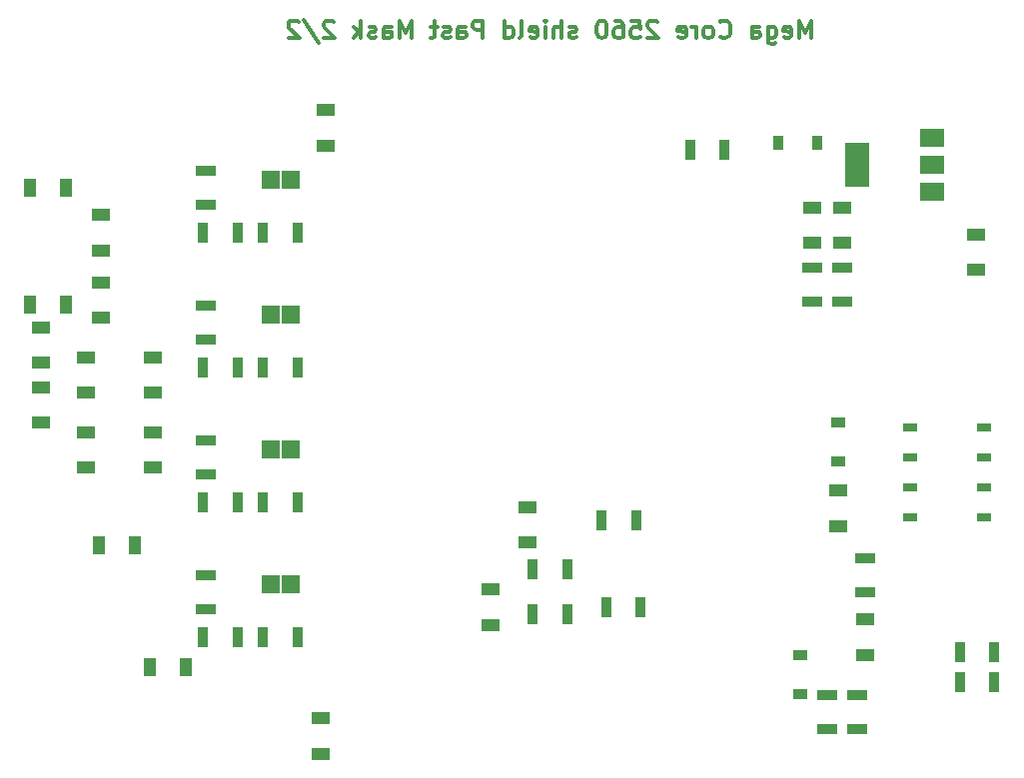
<source format=gbr>
G04 #@! TF.FileFunction,Paste,Bot*
%FSLAX46Y46*%
G04 Gerber Fmt 4.6, Leading zero omitted, Abs format (unit mm)*
G04 Created by KiCad (PCBNEW 4.0.7) date 11/05/17 09:28:57*
%MOMM*%
%LPD*%
G01*
G04 APERTURE LIST*
%ADD10C,0.100000*%
%ADD11C,0.300000*%
%ADD12R,1.700000X0.900000*%
%ADD13R,1.200000X0.900000*%
%ADD14R,0.900000X1.700000*%
%ADD15R,1.200000X0.800000*%
%ADD16R,1.600000X1.000000*%
%ADD17R,1.000000X1.600000*%
%ADD18R,2.000000X3.800000*%
%ADD19R,2.000000X1.500000*%
%ADD20R,0.900000X1.200000*%
%ADD21R,1.524000X1.524000*%
G04 APERTURE END LIST*
D10*
D11*
X208639662Y-58113051D02*
X208639662Y-56613051D01*
X208139662Y-57684480D01*
X207639662Y-56613051D01*
X207639662Y-58113051D01*
X206353948Y-58041623D02*
X206496805Y-58113051D01*
X206782519Y-58113051D01*
X206925376Y-58041623D01*
X206996805Y-57898766D01*
X206996805Y-57327337D01*
X206925376Y-57184480D01*
X206782519Y-57113051D01*
X206496805Y-57113051D01*
X206353948Y-57184480D01*
X206282519Y-57327337D01*
X206282519Y-57470194D01*
X206996805Y-57613051D01*
X204996805Y-57113051D02*
X204996805Y-58327337D01*
X205068234Y-58470194D01*
X205139662Y-58541623D01*
X205282519Y-58613051D01*
X205496805Y-58613051D01*
X205639662Y-58541623D01*
X204996805Y-58041623D02*
X205139662Y-58113051D01*
X205425376Y-58113051D01*
X205568234Y-58041623D01*
X205639662Y-57970194D01*
X205711091Y-57827337D01*
X205711091Y-57398766D01*
X205639662Y-57255909D01*
X205568234Y-57184480D01*
X205425376Y-57113051D01*
X205139662Y-57113051D01*
X204996805Y-57184480D01*
X203639662Y-58113051D02*
X203639662Y-57327337D01*
X203711091Y-57184480D01*
X203853948Y-57113051D01*
X204139662Y-57113051D01*
X204282519Y-57184480D01*
X203639662Y-58041623D02*
X203782519Y-58113051D01*
X204139662Y-58113051D01*
X204282519Y-58041623D01*
X204353948Y-57898766D01*
X204353948Y-57755909D01*
X204282519Y-57613051D01*
X204139662Y-57541623D01*
X203782519Y-57541623D01*
X203639662Y-57470194D01*
X200925376Y-57970194D02*
X200996805Y-58041623D01*
X201211091Y-58113051D01*
X201353948Y-58113051D01*
X201568233Y-58041623D01*
X201711091Y-57898766D01*
X201782519Y-57755909D01*
X201853948Y-57470194D01*
X201853948Y-57255909D01*
X201782519Y-56970194D01*
X201711091Y-56827337D01*
X201568233Y-56684480D01*
X201353948Y-56613051D01*
X201211091Y-56613051D01*
X200996805Y-56684480D01*
X200925376Y-56755909D01*
X200068233Y-58113051D02*
X200211091Y-58041623D01*
X200282519Y-57970194D01*
X200353948Y-57827337D01*
X200353948Y-57398766D01*
X200282519Y-57255909D01*
X200211091Y-57184480D01*
X200068233Y-57113051D01*
X199853948Y-57113051D01*
X199711091Y-57184480D01*
X199639662Y-57255909D01*
X199568233Y-57398766D01*
X199568233Y-57827337D01*
X199639662Y-57970194D01*
X199711091Y-58041623D01*
X199853948Y-58113051D01*
X200068233Y-58113051D01*
X198925376Y-58113051D02*
X198925376Y-57113051D01*
X198925376Y-57398766D02*
X198853948Y-57255909D01*
X198782519Y-57184480D01*
X198639662Y-57113051D01*
X198496805Y-57113051D01*
X197425377Y-58041623D02*
X197568234Y-58113051D01*
X197853948Y-58113051D01*
X197996805Y-58041623D01*
X198068234Y-57898766D01*
X198068234Y-57327337D01*
X197996805Y-57184480D01*
X197853948Y-57113051D01*
X197568234Y-57113051D01*
X197425377Y-57184480D01*
X197353948Y-57327337D01*
X197353948Y-57470194D01*
X198068234Y-57613051D01*
X195639663Y-56755909D02*
X195568234Y-56684480D01*
X195425377Y-56613051D01*
X195068234Y-56613051D01*
X194925377Y-56684480D01*
X194853948Y-56755909D01*
X194782520Y-56898766D01*
X194782520Y-57041623D01*
X194853948Y-57255909D01*
X195711091Y-58113051D01*
X194782520Y-58113051D01*
X193425377Y-56613051D02*
X194139663Y-56613051D01*
X194211092Y-57327337D01*
X194139663Y-57255909D01*
X193996806Y-57184480D01*
X193639663Y-57184480D01*
X193496806Y-57255909D01*
X193425377Y-57327337D01*
X193353949Y-57470194D01*
X193353949Y-57827337D01*
X193425377Y-57970194D01*
X193496806Y-58041623D01*
X193639663Y-58113051D01*
X193996806Y-58113051D01*
X194139663Y-58041623D01*
X194211092Y-57970194D01*
X192068235Y-56613051D02*
X192353949Y-56613051D01*
X192496806Y-56684480D01*
X192568235Y-56755909D01*
X192711092Y-56970194D01*
X192782521Y-57255909D01*
X192782521Y-57827337D01*
X192711092Y-57970194D01*
X192639664Y-58041623D01*
X192496806Y-58113051D01*
X192211092Y-58113051D01*
X192068235Y-58041623D01*
X191996806Y-57970194D01*
X191925378Y-57827337D01*
X191925378Y-57470194D01*
X191996806Y-57327337D01*
X192068235Y-57255909D01*
X192211092Y-57184480D01*
X192496806Y-57184480D01*
X192639664Y-57255909D01*
X192711092Y-57327337D01*
X192782521Y-57470194D01*
X190996807Y-56613051D02*
X190853950Y-56613051D01*
X190711093Y-56684480D01*
X190639664Y-56755909D01*
X190568235Y-56898766D01*
X190496807Y-57184480D01*
X190496807Y-57541623D01*
X190568235Y-57827337D01*
X190639664Y-57970194D01*
X190711093Y-58041623D01*
X190853950Y-58113051D01*
X190996807Y-58113051D01*
X191139664Y-58041623D01*
X191211093Y-57970194D01*
X191282521Y-57827337D01*
X191353950Y-57541623D01*
X191353950Y-57184480D01*
X191282521Y-56898766D01*
X191211093Y-56755909D01*
X191139664Y-56684480D01*
X190996807Y-56613051D01*
X188782522Y-58041623D02*
X188639665Y-58113051D01*
X188353950Y-58113051D01*
X188211093Y-58041623D01*
X188139665Y-57898766D01*
X188139665Y-57827337D01*
X188211093Y-57684480D01*
X188353950Y-57613051D01*
X188568236Y-57613051D01*
X188711093Y-57541623D01*
X188782522Y-57398766D01*
X188782522Y-57327337D01*
X188711093Y-57184480D01*
X188568236Y-57113051D01*
X188353950Y-57113051D01*
X188211093Y-57184480D01*
X187496807Y-58113051D02*
X187496807Y-56613051D01*
X186853950Y-58113051D02*
X186853950Y-57327337D01*
X186925379Y-57184480D01*
X187068236Y-57113051D01*
X187282521Y-57113051D01*
X187425379Y-57184480D01*
X187496807Y-57255909D01*
X186139664Y-58113051D02*
X186139664Y-57113051D01*
X186139664Y-56613051D02*
X186211093Y-56684480D01*
X186139664Y-56755909D01*
X186068236Y-56684480D01*
X186139664Y-56613051D01*
X186139664Y-56755909D01*
X184853950Y-58041623D02*
X184996807Y-58113051D01*
X185282521Y-58113051D01*
X185425378Y-58041623D01*
X185496807Y-57898766D01*
X185496807Y-57327337D01*
X185425378Y-57184480D01*
X185282521Y-57113051D01*
X184996807Y-57113051D01*
X184853950Y-57184480D01*
X184782521Y-57327337D01*
X184782521Y-57470194D01*
X185496807Y-57613051D01*
X183925378Y-58113051D02*
X184068236Y-58041623D01*
X184139664Y-57898766D01*
X184139664Y-56613051D01*
X182711093Y-58113051D02*
X182711093Y-56613051D01*
X182711093Y-58041623D02*
X182853950Y-58113051D01*
X183139664Y-58113051D01*
X183282522Y-58041623D01*
X183353950Y-57970194D01*
X183425379Y-57827337D01*
X183425379Y-57398766D01*
X183353950Y-57255909D01*
X183282522Y-57184480D01*
X183139664Y-57113051D01*
X182853950Y-57113051D01*
X182711093Y-57184480D01*
X180853950Y-58113051D02*
X180853950Y-56613051D01*
X180282522Y-56613051D01*
X180139664Y-56684480D01*
X180068236Y-56755909D01*
X179996807Y-56898766D01*
X179996807Y-57113051D01*
X180068236Y-57255909D01*
X180139664Y-57327337D01*
X180282522Y-57398766D01*
X180853950Y-57398766D01*
X178711093Y-58113051D02*
X178711093Y-57327337D01*
X178782522Y-57184480D01*
X178925379Y-57113051D01*
X179211093Y-57113051D01*
X179353950Y-57184480D01*
X178711093Y-58041623D02*
X178853950Y-58113051D01*
X179211093Y-58113051D01*
X179353950Y-58041623D01*
X179425379Y-57898766D01*
X179425379Y-57755909D01*
X179353950Y-57613051D01*
X179211093Y-57541623D01*
X178853950Y-57541623D01*
X178711093Y-57470194D01*
X178068236Y-58041623D02*
X177925379Y-58113051D01*
X177639664Y-58113051D01*
X177496807Y-58041623D01*
X177425379Y-57898766D01*
X177425379Y-57827337D01*
X177496807Y-57684480D01*
X177639664Y-57613051D01*
X177853950Y-57613051D01*
X177996807Y-57541623D01*
X178068236Y-57398766D01*
X178068236Y-57327337D01*
X177996807Y-57184480D01*
X177853950Y-57113051D01*
X177639664Y-57113051D01*
X177496807Y-57184480D01*
X176996807Y-57113051D02*
X176425378Y-57113051D01*
X176782521Y-56613051D02*
X176782521Y-57898766D01*
X176711093Y-58041623D01*
X176568235Y-58113051D01*
X176425378Y-58113051D01*
X174782521Y-58113051D02*
X174782521Y-56613051D01*
X174282521Y-57684480D01*
X173782521Y-56613051D01*
X173782521Y-58113051D01*
X172425378Y-58113051D02*
X172425378Y-57327337D01*
X172496807Y-57184480D01*
X172639664Y-57113051D01*
X172925378Y-57113051D01*
X173068235Y-57184480D01*
X172425378Y-58041623D02*
X172568235Y-58113051D01*
X172925378Y-58113051D01*
X173068235Y-58041623D01*
X173139664Y-57898766D01*
X173139664Y-57755909D01*
X173068235Y-57613051D01*
X172925378Y-57541623D01*
X172568235Y-57541623D01*
X172425378Y-57470194D01*
X171782521Y-58041623D02*
X171639664Y-58113051D01*
X171353949Y-58113051D01*
X171211092Y-58041623D01*
X171139664Y-57898766D01*
X171139664Y-57827337D01*
X171211092Y-57684480D01*
X171353949Y-57613051D01*
X171568235Y-57613051D01*
X171711092Y-57541623D01*
X171782521Y-57398766D01*
X171782521Y-57327337D01*
X171711092Y-57184480D01*
X171568235Y-57113051D01*
X171353949Y-57113051D01*
X171211092Y-57184480D01*
X170496806Y-58113051D02*
X170496806Y-56613051D01*
X170353949Y-57541623D02*
X169925378Y-58113051D01*
X169925378Y-57113051D02*
X170496806Y-57684480D01*
X168211092Y-56755909D02*
X168139663Y-56684480D01*
X167996806Y-56613051D01*
X167639663Y-56613051D01*
X167496806Y-56684480D01*
X167425377Y-56755909D01*
X167353949Y-56898766D01*
X167353949Y-57041623D01*
X167425377Y-57255909D01*
X168282520Y-58113051D01*
X167353949Y-58113051D01*
X165639664Y-56541623D02*
X166925378Y-58470194D01*
X165211092Y-56755909D02*
X165139663Y-56684480D01*
X164996806Y-56613051D01*
X164639663Y-56613051D01*
X164496806Y-56684480D01*
X164425377Y-56755909D01*
X164353949Y-56898766D01*
X164353949Y-57041623D01*
X164425377Y-57255909D01*
X165282520Y-58113051D01*
X164353949Y-58113051D01*
D12*
X213202520Y-105112480D03*
X213202520Y-102212480D03*
D13*
X207741520Y-113694480D03*
X207741520Y-110394480D03*
D14*
X194205520Y-106329480D03*
X191305520Y-106329480D03*
X193824520Y-98963480D03*
X190924520Y-98963480D03*
D15*
X223337520Y-91089480D03*
X223337520Y-93629480D03*
X217037520Y-93629480D03*
X217037520Y-91089480D03*
D16*
X213202520Y-110369480D03*
X213202520Y-107369480D03*
D14*
X185082520Y-103154480D03*
X187982520Y-103154480D03*
X185082520Y-106964480D03*
X187982520Y-106964480D03*
D16*
X181452520Y-104829480D03*
X181452520Y-107829480D03*
X184627520Y-97844480D03*
X184627520Y-100844480D03*
X167101520Y-115751480D03*
X167101520Y-118751480D03*
D14*
X198417520Y-67594480D03*
X201317520Y-67594480D03*
D17*
X151329520Y-101122480D03*
X148329520Y-101122480D03*
X152647520Y-111409480D03*
X155647520Y-111409480D03*
D16*
X167482520Y-67189480D03*
X167482520Y-64189480D03*
D12*
X212567520Y-113769480D03*
X212567520Y-116669480D03*
X157322520Y-106509480D03*
X157322520Y-103609480D03*
X157322520Y-72219480D03*
X157322520Y-69319480D03*
D18*
X212592520Y-68864480D03*
D19*
X218892520Y-68864480D03*
X218892520Y-71164480D03*
X218892520Y-66564480D03*
D16*
X152877520Y-85144480D03*
X152877520Y-88144480D03*
D14*
X157142520Y-108869480D03*
X160042520Y-108869480D03*
D12*
X211297520Y-80474480D03*
X211297520Y-77574480D03*
X208757520Y-80474480D03*
X208757520Y-77574480D03*
D16*
X210916520Y-99447480D03*
X210916520Y-96447480D03*
X148432520Y-76079480D03*
X148432520Y-73079480D03*
X152877520Y-94494480D03*
X152877520Y-91494480D03*
D14*
X221277520Y-110139480D03*
X224177520Y-110139480D03*
X162222520Y-74579480D03*
X165122520Y-74579480D03*
D16*
X211297520Y-72444480D03*
X211297520Y-75444480D03*
X222600520Y-77730480D03*
X222600520Y-74730480D03*
X148432520Y-78794480D03*
X148432520Y-81794480D03*
D17*
X145487520Y-80675480D03*
X142487520Y-80675480D03*
X145487520Y-70769480D03*
X142487520Y-70769480D03*
D16*
X208757520Y-72444480D03*
X208757520Y-75444480D03*
D13*
X210916520Y-90709480D03*
X210916520Y-94009480D03*
D12*
X210027520Y-113769480D03*
X210027520Y-116669480D03*
D14*
X221277520Y-112679480D03*
X224177520Y-112679480D03*
D16*
X143352520Y-85604480D03*
X143352520Y-82604480D03*
X147162520Y-85144480D03*
X147162520Y-88144480D03*
X147162520Y-94494480D03*
X147162520Y-91494480D03*
D12*
X157322520Y-83649480D03*
X157322520Y-80749480D03*
D14*
X162222520Y-86009480D03*
X165122520Y-86009480D03*
D12*
X157322520Y-95079480D03*
X157322520Y-92179480D03*
D14*
X162222520Y-97439480D03*
X165122520Y-97439480D03*
X162222520Y-108869480D03*
X165122520Y-108869480D03*
X157142520Y-74579480D03*
X160042520Y-74579480D03*
D20*
X209137520Y-66959480D03*
X205837520Y-66959480D03*
D21*
X164571680Y-70134480D03*
X162872420Y-70134480D03*
X164571680Y-81564480D03*
X162872420Y-81564480D03*
X164571680Y-92994480D03*
X162872420Y-92994480D03*
X164571680Y-104424480D03*
X162872420Y-104424480D03*
D14*
X157142520Y-86009480D03*
X160042520Y-86009480D03*
X157142520Y-97439480D03*
X160042520Y-97439480D03*
D16*
X143352520Y-90684480D03*
X143352520Y-87684480D03*
D15*
X223337520Y-96169480D03*
X223337520Y-98709480D03*
X217037520Y-98709480D03*
X217037520Y-96169480D03*
M02*

</source>
